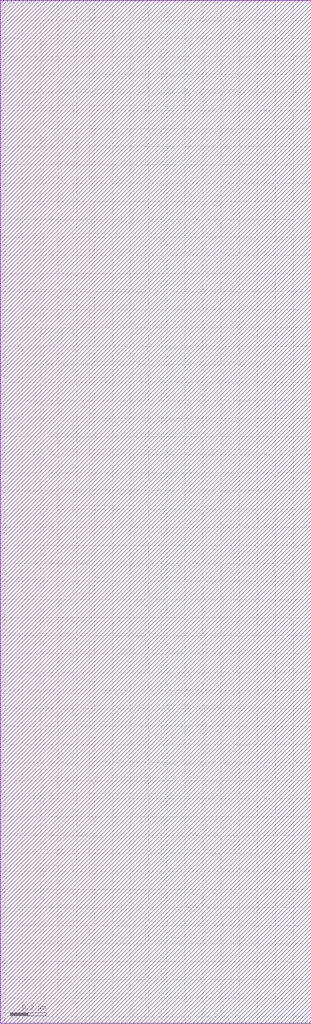
<source format=lef>
VERSION 5.7 ;
  NOWIREEXTENSIONATPIN ON ;
  DIVIDERCHAR "/" ;
  BUSBITCHARS "[]" ;
UNITS
  DATABASE MICRONS 200 ;
END UNITS

LAYER via2
  TYPE CUT ;
END via2

LAYER via
  TYPE CUT ;
END via

LAYER nwell
  TYPE MASTERSLICE ;
END nwell

LAYER via3
  TYPE CUT ;
END via3

LAYER pwell
  TYPE MASTERSLICE ;
END pwell

LAYER via4
  TYPE CUT ;
END via4

LAYER mcon
  TYPE CUT ;
END mcon

LAYER met6
  TYPE ROUTING ;
  WIDTH 0.030000 ;
  SPACING 0.040000 ;
  DIRECTION HORIZONTAL ;
END met6

LAYER met1
  TYPE ROUTING ;
  WIDTH 0.140000 ;
  SPACING 0.140000 ;
  DIRECTION HORIZONTAL ;
END met1

LAYER met3
  TYPE ROUTING ;
  WIDTH 0.300000 ;
  SPACING 0.300000 ;
  DIRECTION HORIZONTAL ;
END met3

LAYER met2
  TYPE ROUTING ;
  WIDTH 0.140000 ;
  SPACING 0.140000 ;
  DIRECTION HORIZONTAL ;
END met2

LAYER met4
  TYPE ROUTING ;
  WIDTH 0.300000 ;
  SPACING 0.300000 ;
  DIRECTION HORIZONTAL ;
END met4

LAYER met5
  TYPE ROUTING ;
  WIDTH 1.600000 ;
  SPACING 1.600000 ;
  DIRECTION HORIZONTAL ;
END met5

LAYER li1
  TYPE ROUTING ;
  WIDTH 0.170000 ;
  SPACING 0.170000 ;
  DIRECTION HORIZONTAL ;
END li1

MACRO sky130_hilas_dac6transistorstack01a
  CLASS BLOCK ;
  FOREIGN sky130_hilas_dac6transistorstack01a ;
  ORIGIN -0.280 1.740 ;
  SIZE 1.720 BY 5.650 ;
END sky130_hilas_dac6transistorstack01a
END LIBRARY


</source>
